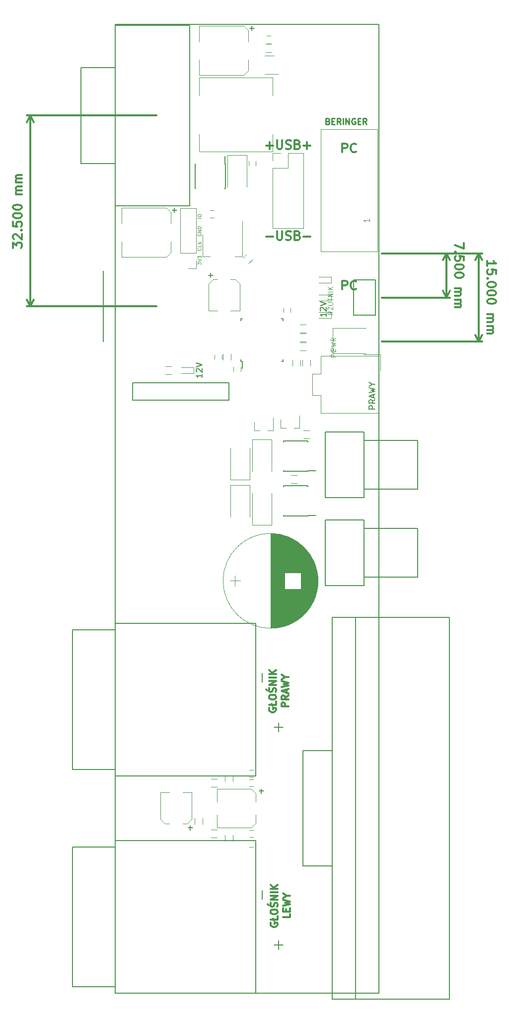
<source format=gbr>
G04 #@! TF.GenerationSoftware,KiCad,Pcbnew,(5.0.0-rc2-dev-311-g1dd4af297)*
G04 #@! TF.CreationDate,2018-07-24T10:12:30+02:00*
G04 #@! TF.ProjectId,resetUSB,72657365745553422E6B696361645F70,1.0*
G04 #@! TF.SameCoordinates,PX29ff57cPY2521014*
G04 #@! TF.FileFunction,Legend,Top*
G04 #@! TF.FilePolarity,Positive*
%FSLAX46Y46*%
G04 Gerber Fmt 4.6, Leading zero omitted, Abs format (unit mm)*
G04 Created by KiCad (PCBNEW (5.0.0-rc2-dev-311-g1dd4af297)) date 07/24/18 10:12:30*
%MOMM*%
%LPD*%
G01*
G04 APERTURE LIST*
%ADD10C,0.300000*%
%ADD11C,0.150000*%
%ADD12C,0.250000*%
%ADD13C,0.100000*%
%ADD14C,0.200000*%
%ADD15C,0.120000*%
G04 APERTURE END LIST*
D10*
X25750000Y-36107142D02*
X26892857Y-36107142D01*
X27607142Y-35178571D02*
X27607142Y-36392857D01*
X27678571Y-36535714D01*
X27750000Y-36607142D01*
X27892857Y-36678571D01*
X28178571Y-36678571D01*
X28321428Y-36607142D01*
X28392857Y-36535714D01*
X28464285Y-36392857D01*
X28464285Y-35178571D01*
X29107142Y-36607142D02*
X29321428Y-36678571D01*
X29678571Y-36678571D01*
X29821428Y-36607142D01*
X29892857Y-36535714D01*
X29964285Y-36392857D01*
X29964285Y-36250000D01*
X29892857Y-36107142D01*
X29821428Y-36035714D01*
X29678571Y-35964285D01*
X29392857Y-35892857D01*
X29250000Y-35821428D01*
X29178571Y-35750000D01*
X29107142Y-35607142D01*
X29107142Y-35464285D01*
X29178571Y-35321428D01*
X29250000Y-35250000D01*
X29392857Y-35178571D01*
X29750000Y-35178571D01*
X29964285Y-35250000D01*
X31107142Y-35892857D02*
X31321428Y-35964285D01*
X31392857Y-36035714D01*
X31464285Y-36178571D01*
X31464285Y-36392857D01*
X31392857Y-36535714D01*
X31321428Y-36607142D01*
X31178571Y-36678571D01*
X30607142Y-36678571D01*
X30607142Y-35178571D01*
X31107142Y-35178571D01*
X31250000Y-35250000D01*
X31321428Y-35321428D01*
X31392857Y-35464285D01*
X31392857Y-35607142D01*
X31321428Y-35750000D01*
X31250000Y-35821428D01*
X31107142Y-35892857D01*
X30607142Y-35892857D01*
X32107142Y-36107142D02*
X33250000Y-36107142D01*
X63421428Y-41142857D02*
X63421428Y-40285714D01*
X63421428Y-40714285D02*
X64921428Y-40714285D01*
X64707142Y-40571428D01*
X64564285Y-40428571D01*
X64492857Y-40285714D01*
X64921428Y-42500000D02*
X64921428Y-41785714D01*
X64207142Y-41714285D01*
X64278571Y-41785714D01*
X64350000Y-41928571D01*
X64350000Y-42285714D01*
X64278571Y-42428571D01*
X64207142Y-42500000D01*
X64064285Y-42571428D01*
X63707142Y-42571428D01*
X63564285Y-42500000D01*
X63492857Y-42428571D01*
X63421428Y-42285714D01*
X63421428Y-41928571D01*
X63492857Y-41785714D01*
X63564285Y-41714285D01*
X63564285Y-43214285D02*
X63492857Y-43285714D01*
X63421428Y-43214285D01*
X63492857Y-43142857D01*
X63564285Y-43214285D01*
X63421428Y-43214285D01*
X64921428Y-44214285D02*
X64921428Y-44357142D01*
X64850000Y-44500000D01*
X64778571Y-44571428D01*
X64635714Y-44642857D01*
X64350000Y-44714285D01*
X63992857Y-44714285D01*
X63707142Y-44642857D01*
X63564285Y-44571428D01*
X63492857Y-44500000D01*
X63421428Y-44357142D01*
X63421428Y-44214285D01*
X63492857Y-44071428D01*
X63564285Y-44000000D01*
X63707142Y-43928571D01*
X63992857Y-43857142D01*
X64350000Y-43857142D01*
X64635714Y-43928571D01*
X64778571Y-44000000D01*
X64850000Y-44071428D01*
X64921428Y-44214285D01*
X64921428Y-45642857D02*
X64921428Y-45785714D01*
X64850000Y-45928571D01*
X64778571Y-46000000D01*
X64635714Y-46071428D01*
X64350000Y-46142857D01*
X63992857Y-46142857D01*
X63707142Y-46071428D01*
X63564285Y-46000000D01*
X63492857Y-45928571D01*
X63421428Y-45785714D01*
X63421428Y-45642857D01*
X63492857Y-45500000D01*
X63564285Y-45428571D01*
X63707142Y-45357142D01*
X63992857Y-45285714D01*
X64350000Y-45285714D01*
X64635714Y-45357142D01*
X64778571Y-45428571D01*
X64850000Y-45500000D01*
X64921428Y-45642857D01*
X64921428Y-47071428D02*
X64921428Y-47214285D01*
X64850000Y-47357142D01*
X64778571Y-47428571D01*
X64635714Y-47500000D01*
X64350000Y-47571428D01*
X63992857Y-47571428D01*
X63707142Y-47500000D01*
X63564285Y-47428571D01*
X63492857Y-47357142D01*
X63421428Y-47214285D01*
X63421428Y-47071428D01*
X63492857Y-46928571D01*
X63564285Y-46857142D01*
X63707142Y-46785714D01*
X63992857Y-46714285D01*
X64350000Y-46714285D01*
X64635714Y-46785714D01*
X64778571Y-46857142D01*
X64850000Y-46928571D01*
X64921428Y-47071428D01*
X63421428Y-49357142D02*
X64421428Y-49357142D01*
X64278571Y-49357142D02*
X64350000Y-49428571D01*
X64421428Y-49571428D01*
X64421428Y-49785714D01*
X64350000Y-49928571D01*
X64207142Y-50000000D01*
X63421428Y-50000000D01*
X64207142Y-50000000D02*
X64350000Y-50071428D01*
X64421428Y-50214285D01*
X64421428Y-50428571D01*
X64350000Y-50571428D01*
X64207142Y-50642857D01*
X63421428Y-50642857D01*
X63421428Y-51357142D02*
X64421428Y-51357142D01*
X64278571Y-51357142D02*
X64350000Y-51428571D01*
X64421428Y-51571428D01*
X64421428Y-51785714D01*
X64350000Y-51928571D01*
X64207142Y-52000000D01*
X63421428Y-52000000D01*
X64207142Y-52000000D02*
X64350000Y-52071428D01*
X64421428Y-52214285D01*
X64421428Y-52428571D01*
X64350000Y-52571428D01*
X64207142Y-52642857D01*
X63421428Y-52642857D01*
X62000000Y-39000000D02*
X62000000Y-54000000D01*
X45500000Y-39000000D02*
X62586421Y-39000000D01*
X45500000Y-54000000D02*
X62586421Y-54000000D01*
X62000000Y-54000000D02*
X61413579Y-52873496D01*
X62000000Y-54000000D02*
X62586421Y-52873496D01*
X62000000Y-39000000D02*
X61413579Y-40126504D01*
X62000000Y-39000000D02*
X62586421Y-40126504D01*
X59421428Y-37178571D02*
X59421428Y-38178571D01*
X57921428Y-37535714D01*
X58064285Y-38750000D02*
X57992857Y-38821428D01*
X57921428Y-38750000D01*
X57992857Y-38678571D01*
X58064285Y-38750000D01*
X57921428Y-38750000D01*
X59421428Y-40178571D02*
X59421428Y-39464285D01*
X58707142Y-39392857D01*
X58778571Y-39464285D01*
X58850000Y-39607142D01*
X58850000Y-39964285D01*
X58778571Y-40107142D01*
X58707142Y-40178571D01*
X58564285Y-40250000D01*
X58207142Y-40250000D01*
X58064285Y-40178571D01*
X57992857Y-40107142D01*
X57921428Y-39964285D01*
X57921428Y-39607142D01*
X57992857Y-39464285D01*
X58064285Y-39392857D01*
X59421428Y-41178571D02*
X59421428Y-41321428D01*
X59350000Y-41464285D01*
X59278571Y-41535714D01*
X59135714Y-41607142D01*
X58850000Y-41678571D01*
X58492857Y-41678571D01*
X58207142Y-41607142D01*
X58064285Y-41535714D01*
X57992857Y-41464285D01*
X57921428Y-41321428D01*
X57921428Y-41178571D01*
X57992857Y-41035714D01*
X58064285Y-40964285D01*
X58207142Y-40892857D01*
X58492857Y-40821428D01*
X58850000Y-40821428D01*
X59135714Y-40892857D01*
X59278571Y-40964285D01*
X59350000Y-41035714D01*
X59421428Y-41178571D01*
X59421428Y-42607142D02*
X59421428Y-42750000D01*
X59350000Y-42892857D01*
X59278571Y-42964285D01*
X59135714Y-43035714D01*
X58850000Y-43107142D01*
X58492857Y-43107142D01*
X58207142Y-43035714D01*
X58064285Y-42964285D01*
X57992857Y-42892857D01*
X57921428Y-42750000D01*
X57921428Y-42607142D01*
X57992857Y-42464285D01*
X58064285Y-42392857D01*
X58207142Y-42321428D01*
X58492857Y-42250000D01*
X58850000Y-42250000D01*
X59135714Y-42321428D01*
X59278571Y-42392857D01*
X59350000Y-42464285D01*
X59421428Y-42607142D01*
X57921428Y-44892857D02*
X58921428Y-44892857D01*
X58778571Y-44892857D02*
X58850000Y-44964285D01*
X58921428Y-45107142D01*
X58921428Y-45321428D01*
X58850000Y-45464285D01*
X58707142Y-45535714D01*
X57921428Y-45535714D01*
X58707142Y-45535714D02*
X58850000Y-45607142D01*
X58921428Y-45750000D01*
X58921428Y-45964285D01*
X58850000Y-46107142D01*
X58707142Y-46178571D01*
X57921428Y-46178571D01*
X57921428Y-46892857D02*
X58921428Y-46892857D01*
X58778571Y-46892857D02*
X58850000Y-46964285D01*
X58921428Y-47107142D01*
X58921428Y-47321428D01*
X58850000Y-47464285D01*
X58707142Y-47535714D01*
X57921428Y-47535714D01*
X58707142Y-47535714D02*
X58850000Y-47607142D01*
X58921428Y-47750000D01*
X58921428Y-47964285D01*
X58850000Y-48107142D01*
X58707142Y-48178571D01*
X57921428Y-48178571D01*
X56500000Y-39000000D02*
X56500000Y-46500000D01*
X45500000Y-39000000D02*
X57086421Y-39000000D01*
X45500000Y-46500000D02*
X57086421Y-46500000D01*
X56500000Y-46500000D02*
X55913579Y-45373496D01*
X56500000Y-46500000D02*
X57086421Y-45373496D01*
X56500000Y-39000000D02*
X55913579Y-40126504D01*
X56500000Y-39000000D02*
X57086421Y-40126504D01*
X-17421429Y-38035714D02*
X-17421429Y-37107142D01*
X-16850000Y-37607142D01*
X-16850000Y-37392857D01*
X-16778572Y-37250000D01*
X-16707143Y-37178571D01*
X-16564286Y-37107142D01*
X-16207143Y-37107142D01*
X-16064286Y-37178571D01*
X-15992858Y-37250000D01*
X-15921429Y-37392857D01*
X-15921429Y-37821428D01*
X-15992858Y-37964285D01*
X-16064286Y-38035714D01*
X-17278572Y-36535714D02*
X-17350000Y-36464285D01*
X-17421429Y-36321428D01*
X-17421429Y-35964285D01*
X-17350000Y-35821428D01*
X-17278572Y-35750000D01*
X-17135715Y-35678571D01*
X-16992858Y-35678571D01*
X-16778572Y-35750000D01*
X-15921429Y-36607142D01*
X-15921429Y-35678571D01*
X-16064286Y-35035714D02*
X-15992858Y-34964285D01*
X-15921429Y-35035714D01*
X-15992858Y-35107142D01*
X-16064286Y-35035714D01*
X-15921429Y-35035714D01*
X-17421429Y-33607142D02*
X-17421429Y-34321428D01*
X-16707143Y-34392857D01*
X-16778572Y-34321428D01*
X-16850000Y-34178571D01*
X-16850000Y-33821428D01*
X-16778572Y-33678571D01*
X-16707143Y-33607142D01*
X-16564286Y-33535714D01*
X-16207143Y-33535714D01*
X-16064286Y-33607142D01*
X-15992858Y-33678571D01*
X-15921429Y-33821428D01*
X-15921429Y-34178571D01*
X-15992858Y-34321428D01*
X-16064286Y-34392857D01*
X-17421429Y-32607142D02*
X-17421429Y-32464285D01*
X-17350000Y-32321428D01*
X-17278572Y-32250000D01*
X-17135715Y-32178571D01*
X-16850000Y-32107142D01*
X-16492858Y-32107142D01*
X-16207143Y-32178571D01*
X-16064286Y-32250000D01*
X-15992858Y-32321428D01*
X-15921429Y-32464285D01*
X-15921429Y-32607142D01*
X-15992858Y-32750000D01*
X-16064286Y-32821428D01*
X-16207143Y-32892857D01*
X-16492858Y-32964285D01*
X-16850000Y-32964285D01*
X-17135715Y-32892857D01*
X-17278572Y-32821428D01*
X-17350000Y-32750000D01*
X-17421429Y-32607142D01*
X-17421429Y-31178571D02*
X-17421429Y-31035714D01*
X-17350000Y-30892857D01*
X-17278572Y-30821428D01*
X-17135715Y-30750000D01*
X-16850000Y-30678571D01*
X-16492858Y-30678571D01*
X-16207143Y-30750000D01*
X-16064286Y-30821428D01*
X-15992858Y-30892857D01*
X-15921429Y-31035714D01*
X-15921429Y-31178571D01*
X-15992858Y-31321428D01*
X-16064286Y-31392857D01*
X-16207143Y-31464285D01*
X-16492858Y-31535714D01*
X-16850000Y-31535714D01*
X-17135715Y-31464285D01*
X-17278572Y-31392857D01*
X-17350000Y-31321428D01*
X-17421429Y-31178571D01*
X-15921429Y-28892857D02*
X-16921429Y-28892857D01*
X-16778572Y-28892857D02*
X-16850000Y-28821428D01*
X-16921429Y-28678571D01*
X-16921429Y-28464285D01*
X-16850000Y-28321428D01*
X-16707143Y-28250000D01*
X-15921429Y-28250000D01*
X-16707143Y-28250000D02*
X-16850000Y-28178571D01*
X-16921429Y-28035714D01*
X-16921429Y-27821428D01*
X-16850000Y-27678571D01*
X-16707143Y-27607142D01*
X-15921429Y-27607142D01*
X-15921429Y-26892857D02*
X-16921429Y-26892857D01*
X-16778572Y-26892857D02*
X-16850000Y-26821428D01*
X-16921429Y-26678571D01*
X-16921429Y-26464285D01*
X-16850000Y-26321428D01*
X-16707143Y-26250000D01*
X-15921429Y-26250000D01*
X-16707143Y-26250000D02*
X-16850000Y-26178571D01*
X-16921429Y-26035714D01*
X-16921429Y-25821428D01*
X-16850000Y-25678571D01*
X-16707143Y-25607142D01*
X-15921429Y-25607142D01*
X-14500000Y-48000000D02*
X-14500000Y-15500000D01*
X7000000Y-48000000D02*
X-15086421Y-48000000D01*
X7000000Y-15500000D02*
X-15086421Y-15500000D01*
X-14500000Y-15500000D02*
X-13913579Y-16626504D01*
X-14500000Y-15500000D02*
X-15086421Y-16626504D01*
X-14500000Y-48000000D02*
X-13913579Y-46873496D01*
X-14500000Y-48000000D02*
X-15086421Y-46873496D01*
D11*
X35952380Y-49119047D02*
X35952380Y-49690476D01*
X35952380Y-49404761D02*
X34952380Y-49404761D01*
X35095238Y-49500000D01*
X35190476Y-49595238D01*
X35238095Y-49690476D01*
X35047619Y-48738095D02*
X35000000Y-48690476D01*
X34952380Y-48595238D01*
X34952380Y-48357142D01*
X35000000Y-48261904D01*
X35047619Y-48214285D01*
X35142857Y-48166666D01*
X35238095Y-48166666D01*
X35380952Y-48214285D01*
X35952380Y-48785714D01*
X35952380Y-48166666D01*
X34952380Y-47880952D02*
X35952380Y-47547619D01*
X34952380Y-47214285D01*
D12*
X36274761Y-16438571D02*
X36417619Y-16486190D01*
X36465238Y-16533809D01*
X36512857Y-16629047D01*
X36512857Y-16771904D01*
X36465238Y-16867142D01*
X36417619Y-16914761D01*
X36322380Y-16962380D01*
X35941428Y-16962380D01*
X35941428Y-15962380D01*
X36274761Y-15962380D01*
X36370000Y-16010000D01*
X36417619Y-16057619D01*
X36465238Y-16152857D01*
X36465238Y-16248095D01*
X36417619Y-16343333D01*
X36370000Y-16390952D01*
X36274761Y-16438571D01*
X35941428Y-16438571D01*
X36941428Y-16438571D02*
X37274761Y-16438571D01*
X37417619Y-16962380D02*
X36941428Y-16962380D01*
X36941428Y-15962380D01*
X37417619Y-15962380D01*
X38417619Y-16962380D02*
X38084285Y-16486190D01*
X37846190Y-16962380D02*
X37846190Y-15962380D01*
X38227142Y-15962380D01*
X38322380Y-16010000D01*
X38370000Y-16057619D01*
X38417619Y-16152857D01*
X38417619Y-16295714D01*
X38370000Y-16390952D01*
X38322380Y-16438571D01*
X38227142Y-16486190D01*
X37846190Y-16486190D01*
X38846190Y-16962380D02*
X38846190Y-15962380D01*
X39322380Y-16962380D02*
X39322380Y-15962380D01*
X39893809Y-16962380D01*
X39893809Y-15962380D01*
X40893809Y-16010000D02*
X40798571Y-15962380D01*
X40655714Y-15962380D01*
X40512857Y-16010000D01*
X40417619Y-16105238D01*
X40370000Y-16200476D01*
X40322380Y-16390952D01*
X40322380Y-16533809D01*
X40370000Y-16724285D01*
X40417619Y-16819523D01*
X40512857Y-16914761D01*
X40655714Y-16962380D01*
X40750952Y-16962380D01*
X40893809Y-16914761D01*
X40941428Y-16867142D01*
X40941428Y-16533809D01*
X40750952Y-16533809D01*
X41370000Y-16438571D02*
X41703333Y-16438571D01*
X41846190Y-16962380D02*
X41370000Y-16962380D01*
X41370000Y-15962380D01*
X41846190Y-15962380D01*
X42846190Y-16962380D02*
X42512857Y-16486190D01*
X42274761Y-16962380D02*
X42274761Y-15962380D01*
X42655714Y-15962380D01*
X42750952Y-16010000D01*
X42798571Y-16057619D01*
X42846190Y-16152857D01*
X42846190Y-16295714D01*
X42798571Y-16390952D01*
X42750952Y-16438571D01*
X42655714Y-16486190D01*
X42274761Y-16486190D01*
D10*
X38735142Y-45128571D02*
X38735142Y-43628571D01*
X39306571Y-43628571D01*
X39449428Y-43700000D01*
X39520857Y-43771428D01*
X39592285Y-43914285D01*
X39592285Y-44128571D01*
X39520857Y-44271428D01*
X39449428Y-44342857D01*
X39306571Y-44414285D01*
X38735142Y-44414285D01*
X41092285Y-44985714D02*
X41020857Y-45057142D01*
X40806571Y-45128571D01*
X40663714Y-45128571D01*
X40449428Y-45057142D01*
X40306571Y-44914285D01*
X40235142Y-44771428D01*
X40163714Y-44485714D01*
X40163714Y-44271428D01*
X40235142Y-43985714D01*
X40306571Y-43842857D01*
X40449428Y-43700000D01*
X40663714Y-43628571D01*
X40806571Y-43628571D01*
X41020857Y-43700000D01*
X41092285Y-43771428D01*
D13*
X14622428Y-32953285D02*
X14022428Y-32953285D01*
X14022428Y-32553285D02*
X14022428Y-32439000D01*
X14051000Y-32381857D01*
X14108142Y-32324714D01*
X14222428Y-32296142D01*
X14422428Y-32296142D01*
X14536714Y-32324714D01*
X14593857Y-32381857D01*
X14622428Y-32439000D01*
X14622428Y-32553285D01*
X14593857Y-32610428D01*
X14536714Y-32667571D01*
X14422428Y-32696142D01*
X14222428Y-32696142D01*
X14108142Y-32667571D01*
X14051000Y-32610428D01*
X14022428Y-32553285D01*
X14051000Y-35636142D02*
X14022428Y-35693285D01*
X14022428Y-35779000D01*
X14051000Y-35864714D01*
X14108142Y-35921857D01*
X14165285Y-35950428D01*
X14279571Y-35979000D01*
X14365285Y-35979000D01*
X14479571Y-35950428D01*
X14536714Y-35921857D01*
X14593857Y-35864714D01*
X14622428Y-35779000D01*
X14622428Y-35721857D01*
X14593857Y-35636142D01*
X14565285Y-35607571D01*
X14365285Y-35607571D01*
X14365285Y-35721857D01*
X14622428Y-35350428D02*
X14022428Y-35350428D01*
X14622428Y-35007571D01*
X14022428Y-35007571D01*
X14622428Y-34721857D02*
X14022428Y-34721857D01*
X14022428Y-34579000D01*
X14051000Y-34493285D01*
X14108142Y-34436142D01*
X14165285Y-34407571D01*
X14279571Y-34379000D01*
X14365285Y-34379000D01*
X14479571Y-34407571D01*
X14536714Y-34436142D01*
X14593857Y-34493285D01*
X14622428Y-34579000D01*
X14622428Y-34721857D01*
X14565285Y-38076142D02*
X14593857Y-38104714D01*
X14622428Y-38190428D01*
X14622428Y-38247571D01*
X14593857Y-38333285D01*
X14536714Y-38390428D01*
X14479571Y-38419000D01*
X14365285Y-38447571D01*
X14279571Y-38447571D01*
X14165285Y-38419000D01*
X14108142Y-38390428D01*
X14051000Y-38333285D01*
X14022428Y-38247571D01*
X14022428Y-38190428D01*
X14051000Y-38104714D01*
X14079571Y-38076142D01*
X14622428Y-37533285D02*
X14622428Y-37819000D01*
X14022428Y-37819000D01*
X14622428Y-37333285D02*
X14022428Y-37333285D01*
X14622428Y-36990428D02*
X14279571Y-37247571D01*
X14022428Y-36990428D02*
X14365285Y-37333285D01*
X14022428Y-40874857D02*
X14022428Y-40503428D01*
X14251000Y-40703428D01*
X14251000Y-40617714D01*
X14279571Y-40560571D01*
X14308142Y-40532000D01*
X14365285Y-40503428D01*
X14508142Y-40503428D01*
X14565285Y-40532000D01*
X14593857Y-40560571D01*
X14622428Y-40617714D01*
X14622428Y-40789142D01*
X14593857Y-40846285D01*
X14565285Y-40874857D01*
X14022428Y-40332000D02*
X14622428Y-40132000D01*
X14022428Y-39932000D01*
X14022428Y-39789142D02*
X14022428Y-39417714D01*
X14251000Y-39617714D01*
X14251000Y-39532000D01*
X14279571Y-39474857D01*
X14308142Y-39446285D01*
X14365285Y-39417714D01*
X14508142Y-39417714D01*
X14565285Y-39446285D01*
X14593857Y-39474857D01*
X14622428Y-39532000D01*
X14622428Y-39703428D01*
X14593857Y-39760571D01*
X14565285Y-39789142D01*
D11*
X0Y-165000000D02*
X0Y0D01*
X45000000Y-165000000D02*
X0Y-165000000D01*
X45000000Y0D02*
X45000000Y-165000000D01*
X0Y0D02*
X45000000Y0D01*
D10*
X25750000Y-20607142D02*
X26892857Y-20607142D01*
X26321428Y-21178571D02*
X26321428Y-20035714D01*
X27607142Y-19678571D02*
X27607142Y-20892857D01*
X27678571Y-21035714D01*
X27750000Y-21107142D01*
X27892857Y-21178571D01*
X28178571Y-21178571D01*
X28321428Y-21107142D01*
X28392857Y-21035714D01*
X28464285Y-20892857D01*
X28464285Y-19678571D01*
X29107142Y-21107142D02*
X29321428Y-21178571D01*
X29678571Y-21178571D01*
X29821428Y-21107142D01*
X29892857Y-21035714D01*
X29964285Y-20892857D01*
X29964285Y-20750000D01*
X29892857Y-20607142D01*
X29821428Y-20535714D01*
X29678571Y-20464285D01*
X29392857Y-20392857D01*
X29250000Y-20321428D01*
X29178571Y-20250000D01*
X29107142Y-20107142D01*
X29107142Y-19964285D01*
X29178571Y-19821428D01*
X29250000Y-19750000D01*
X29392857Y-19678571D01*
X29750000Y-19678571D01*
X29964285Y-19750000D01*
X31107142Y-20392857D02*
X31321428Y-20464285D01*
X31392857Y-20535714D01*
X31464285Y-20678571D01*
X31464285Y-20892857D01*
X31392857Y-21035714D01*
X31321428Y-21107142D01*
X31178571Y-21178571D01*
X30607142Y-21178571D01*
X30607142Y-19678571D01*
X31107142Y-19678571D01*
X31250000Y-19750000D01*
X31321428Y-19821428D01*
X31392857Y-19964285D01*
X31392857Y-20107142D01*
X31321428Y-20250000D01*
X31250000Y-20321428D01*
X31107142Y-20392857D01*
X30607142Y-20392857D01*
X32107142Y-20607142D02*
X33250000Y-20607142D01*
X32678571Y-21178571D02*
X32678571Y-20035714D01*
X26544000Y-152999714D02*
X26486857Y-153114000D01*
X26486857Y-153285428D01*
X26544000Y-153456857D01*
X26658285Y-153571142D01*
X26772571Y-153628285D01*
X27001142Y-153685428D01*
X27172571Y-153685428D01*
X27401142Y-153628285D01*
X27515428Y-153571142D01*
X27629714Y-153456857D01*
X27686857Y-153285428D01*
X27686857Y-153171142D01*
X27629714Y-152999714D01*
X27572571Y-152942571D01*
X27172571Y-152942571D01*
X27172571Y-153171142D01*
X27686857Y-151856857D02*
X27686857Y-152428285D01*
X26486857Y-152428285D01*
X27115428Y-152599714D02*
X26886857Y-152256857D01*
X26486857Y-151228285D02*
X26486857Y-150999714D01*
X26544000Y-150885428D01*
X26658285Y-150771142D01*
X26886857Y-150714000D01*
X27286857Y-150714000D01*
X27515428Y-150771142D01*
X27629714Y-150885428D01*
X27686857Y-150999714D01*
X27686857Y-151228285D01*
X27629714Y-151342571D01*
X27515428Y-151456857D01*
X27286857Y-151514000D01*
X26886857Y-151514000D01*
X26658285Y-151456857D01*
X26544000Y-151342571D01*
X26486857Y-151228285D01*
X27629714Y-150256857D02*
X27686857Y-150085428D01*
X27686857Y-149799714D01*
X27629714Y-149685428D01*
X27572571Y-149628285D01*
X27458285Y-149571142D01*
X27344000Y-149571142D01*
X27229714Y-149628285D01*
X27172571Y-149685428D01*
X27115428Y-149799714D01*
X27058285Y-150028285D01*
X27001142Y-150142571D01*
X26944000Y-150199714D01*
X26829714Y-150256857D01*
X26715428Y-150256857D01*
X26601142Y-150199714D01*
X26544000Y-150142571D01*
X26486857Y-150028285D01*
X26486857Y-149742571D01*
X26544000Y-149571142D01*
X26029714Y-149799714D02*
X26201142Y-149971142D01*
X27686857Y-149056857D02*
X26486857Y-149056857D01*
X27686857Y-148371142D01*
X26486857Y-148371142D01*
X27686857Y-147799714D02*
X26486857Y-147799714D01*
X27686857Y-147228285D02*
X26486857Y-147228285D01*
X27686857Y-146542571D02*
X27001142Y-147056857D01*
X26486857Y-146542571D02*
X27172571Y-147228285D01*
X29786857Y-151485428D02*
X29786857Y-152056857D01*
X28586857Y-152056857D01*
X29158285Y-151085428D02*
X29158285Y-150685428D01*
X29786857Y-150514000D02*
X29786857Y-151085428D01*
X28586857Y-151085428D01*
X28586857Y-150514000D01*
X28586857Y-150114000D02*
X29786857Y-149828285D01*
X28929714Y-149599714D01*
X29786857Y-149371142D01*
X28586857Y-149085428D01*
X29215428Y-148399714D02*
X29786857Y-148399714D01*
X28586857Y-148799714D02*
X29215428Y-148399714D01*
X28586857Y-147999714D01*
D14*
X44298380Y-65468476D02*
X43298380Y-65468476D01*
X43298380Y-65087523D01*
X43346000Y-64992285D01*
X43393619Y-64944666D01*
X43488857Y-64897047D01*
X43631714Y-64897047D01*
X43726952Y-64944666D01*
X43774571Y-64992285D01*
X43822190Y-65087523D01*
X43822190Y-65468476D01*
X44298380Y-63897047D02*
X43822190Y-64230380D01*
X44298380Y-64468476D02*
X43298380Y-64468476D01*
X43298380Y-64087523D01*
X43346000Y-63992285D01*
X43393619Y-63944666D01*
X43488857Y-63897047D01*
X43631714Y-63897047D01*
X43726952Y-63944666D01*
X43774571Y-63992285D01*
X43822190Y-64087523D01*
X43822190Y-64468476D01*
X44012666Y-63516095D02*
X44012666Y-63039904D01*
X44298380Y-63611333D02*
X43298380Y-63278000D01*
X44298380Y-62944666D01*
X43298380Y-62706571D02*
X44298380Y-62468476D01*
X43584095Y-62278000D01*
X44298380Y-62087523D01*
X43298380Y-61849428D01*
X43822190Y-61278000D02*
X44298380Y-61278000D01*
X43298380Y-61611333D02*
X43822190Y-61278000D01*
X43298380Y-60944666D01*
D10*
X26290000Y-116423714D02*
X26232857Y-116538000D01*
X26232857Y-116709428D01*
X26290000Y-116880857D01*
X26404285Y-116995142D01*
X26518571Y-117052285D01*
X26747142Y-117109428D01*
X26918571Y-117109428D01*
X27147142Y-117052285D01*
X27261428Y-116995142D01*
X27375714Y-116880857D01*
X27432857Y-116709428D01*
X27432857Y-116595142D01*
X27375714Y-116423714D01*
X27318571Y-116366571D01*
X26918571Y-116366571D01*
X26918571Y-116595142D01*
X27432857Y-115280857D02*
X27432857Y-115852285D01*
X26232857Y-115852285D01*
X26861428Y-116023714D02*
X26632857Y-115680857D01*
X26232857Y-114652285D02*
X26232857Y-114423714D01*
X26290000Y-114309428D01*
X26404285Y-114195142D01*
X26632857Y-114138000D01*
X27032857Y-114138000D01*
X27261428Y-114195142D01*
X27375714Y-114309428D01*
X27432857Y-114423714D01*
X27432857Y-114652285D01*
X27375714Y-114766571D01*
X27261428Y-114880857D01*
X27032857Y-114938000D01*
X26632857Y-114938000D01*
X26404285Y-114880857D01*
X26290000Y-114766571D01*
X26232857Y-114652285D01*
X27375714Y-113680857D02*
X27432857Y-113509428D01*
X27432857Y-113223714D01*
X27375714Y-113109428D01*
X27318571Y-113052285D01*
X27204285Y-112995142D01*
X27090000Y-112995142D01*
X26975714Y-113052285D01*
X26918571Y-113109428D01*
X26861428Y-113223714D01*
X26804285Y-113452285D01*
X26747142Y-113566571D01*
X26690000Y-113623714D01*
X26575714Y-113680857D01*
X26461428Y-113680857D01*
X26347142Y-113623714D01*
X26290000Y-113566571D01*
X26232857Y-113452285D01*
X26232857Y-113166571D01*
X26290000Y-112995142D01*
X25775714Y-113223714D02*
X25947142Y-113395142D01*
X27432857Y-112480857D02*
X26232857Y-112480857D01*
X27432857Y-111795142D01*
X26232857Y-111795142D01*
X27432857Y-111223714D02*
X26232857Y-111223714D01*
X27432857Y-110652285D02*
X26232857Y-110652285D01*
X27432857Y-109966571D02*
X26747142Y-110480857D01*
X26232857Y-109966571D02*
X26918571Y-110652285D01*
X29532857Y-116166571D02*
X28332857Y-116166571D01*
X28332857Y-115709428D01*
X28390000Y-115595142D01*
X28447142Y-115538000D01*
X28561428Y-115480857D01*
X28732857Y-115480857D01*
X28847142Y-115538000D01*
X28904285Y-115595142D01*
X28961428Y-115709428D01*
X28961428Y-116166571D01*
X29532857Y-114280857D02*
X28961428Y-114680857D01*
X29532857Y-114966571D02*
X28332857Y-114966571D01*
X28332857Y-114509428D01*
X28390000Y-114395142D01*
X28447142Y-114338000D01*
X28561428Y-114280857D01*
X28732857Y-114280857D01*
X28847142Y-114338000D01*
X28904285Y-114395142D01*
X28961428Y-114509428D01*
X28961428Y-114966571D01*
X29190000Y-113823714D02*
X29190000Y-113252285D01*
X29532857Y-113938000D02*
X28332857Y-113538000D01*
X29532857Y-113138000D01*
X28332857Y-112852285D02*
X29532857Y-112566571D01*
X28675714Y-112338000D01*
X29532857Y-112109428D01*
X28332857Y-111823714D01*
X28961428Y-111138000D02*
X29532857Y-111138000D01*
X28332857Y-111538000D02*
X28961428Y-111138000D01*
X28332857Y-110738000D01*
D11*
X14803380Y-59547047D02*
X14803380Y-60118476D01*
X14803380Y-59832761D02*
X13803380Y-59832761D01*
X13946238Y-59928000D01*
X14041476Y-60023238D01*
X14089095Y-60118476D01*
X13898619Y-59166095D02*
X13851000Y-59118476D01*
X13803380Y-59023238D01*
X13803380Y-58785142D01*
X13851000Y-58689904D01*
X13898619Y-58642285D01*
X13993857Y-58594666D01*
X14089095Y-58594666D01*
X14231952Y-58642285D01*
X14803380Y-59213714D01*
X14803380Y-58594666D01*
X13803380Y-58308952D02*
X14803380Y-57975619D01*
X13803380Y-57642285D01*
D15*
X37072904Y-48866666D02*
X36691952Y-49133333D01*
X37072904Y-49323809D02*
X36272904Y-49323809D01*
X36272904Y-49019047D01*
X36311000Y-48942857D01*
X36349095Y-48904761D01*
X36425285Y-48866666D01*
X36539571Y-48866666D01*
X36615761Y-48904761D01*
X36653857Y-48942857D01*
X36691952Y-49019047D01*
X36691952Y-49323809D01*
X36272904Y-48600000D02*
X36272904Y-48066666D01*
X37072904Y-48600000D01*
X37072904Y-48066666D01*
X36272904Y-47761904D02*
X36920523Y-47761904D01*
X36996714Y-47723809D01*
X37034809Y-47685714D01*
X37072904Y-47609523D01*
X37072904Y-47457142D01*
X37034809Y-47380952D01*
X36996714Y-47342857D01*
X36920523Y-47304761D01*
X36272904Y-47304761D01*
X36272904Y-47038095D02*
X36272904Y-46580952D01*
X37072904Y-46809523D02*
X36272904Y-46809523D01*
X37072904Y-46314285D02*
X36272904Y-46314285D01*
X37072904Y-45857142D01*
X36272904Y-45857142D01*
X37072904Y-45476190D02*
X36272904Y-45476190D01*
X37072904Y-45095238D02*
X36272904Y-45095238D01*
X37072904Y-44638095D02*
X36615761Y-44980952D01*
X36272904Y-44638095D02*
X36730047Y-45095238D01*
X37572904Y-56609523D02*
X36772904Y-56609523D01*
X36772904Y-56304761D01*
X36811000Y-56228571D01*
X36849095Y-56190476D01*
X36925285Y-56152380D01*
X37039571Y-56152380D01*
X37115761Y-56190476D01*
X37153857Y-56228571D01*
X37191952Y-56304761D01*
X37191952Y-56609523D01*
X37496714Y-55352380D02*
X37534809Y-55390476D01*
X37572904Y-55504761D01*
X37572904Y-55580952D01*
X37534809Y-55695238D01*
X37458619Y-55771428D01*
X37382428Y-55809523D01*
X37230047Y-55847619D01*
X37115761Y-55847619D01*
X36963380Y-55809523D01*
X36887190Y-55771428D01*
X36811000Y-55695238D01*
X36772904Y-55580952D01*
X36772904Y-55504761D01*
X36811000Y-55390476D01*
X36849095Y-55352380D01*
X37572904Y-55566666D02*
X36772904Y-55566666D01*
X36772904Y-55261904D01*
X36811000Y-55185714D01*
X36849095Y-55147619D01*
X36925285Y-55109523D01*
X37039571Y-55109523D01*
X37115761Y-55147619D01*
X37153857Y-55185714D01*
X37191952Y-55261904D01*
X37191952Y-55566666D01*
X36772904Y-54842857D02*
X37572904Y-54652380D01*
X37001476Y-54500000D01*
X37572904Y-54347619D01*
X36772904Y-54157142D01*
X37572904Y-53395238D02*
X37191952Y-53661904D01*
X37572904Y-53852380D02*
X36772904Y-53852380D01*
X36772904Y-53547619D01*
X36811000Y-53471428D01*
X36849095Y-53433333D01*
X36925285Y-53395238D01*
X37039571Y-53395238D01*
X37115761Y-53433333D01*
X37153857Y-53471428D01*
X37191952Y-53547619D01*
X37191952Y-53852380D01*
D10*
X38735142Y-21760571D02*
X38735142Y-20260571D01*
X39306571Y-20260571D01*
X39449428Y-20332000D01*
X39520857Y-20403428D01*
X39592285Y-20546285D01*
X39592285Y-20760571D01*
X39520857Y-20903428D01*
X39449428Y-20974857D01*
X39306571Y-21046285D01*
X38735142Y-21046285D01*
X41092285Y-21617714D02*
X41020857Y-21689142D01*
X40806571Y-21760571D01*
X40663714Y-21760571D01*
X40449428Y-21689142D01*
X40306571Y-21546285D01*
X40235142Y-21403428D01*
X40163714Y-21117714D01*
X40163714Y-20903428D01*
X40235142Y-20617714D01*
X40306571Y-20474857D01*
X40449428Y-20332000D01*
X40663714Y-20260571D01*
X40806571Y-20260571D01*
X41020857Y-20332000D01*
X41092285Y-20403428D01*
D11*
X57000000Y-166000000D02*
X41000000Y-166000000D01*
X57000000Y-101000000D02*
X57000000Y-166000000D01*
X41000000Y-101000000D02*
X57000000Y-101000000D01*
X41000000Y-166000000D02*
X37000000Y-166000000D01*
X41000000Y-101000000D02*
X41000000Y-166000000D01*
X37000000Y-101000000D02*
X41000000Y-101000000D01*
X37000000Y-166000000D02*
X37000000Y-101000000D01*
D15*
X35078000Y-38676000D02*
X35078000Y-17856000D01*
X35078000Y-17856000D02*
X44678000Y-17856000D01*
X44678000Y-17856000D02*
X44678000Y-38676000D01*
X44678000Y-38676000D02*
X35078000Y-38676000D01*
D11*
X19426000Y-60984000D02*
X2926000Y-60984000D01*
X2926000Y-60984000D02*
X2926000Y-63984000D01*
X2926000Y-63984000D02*
X19426000Y-63984000D01*
X19426000Y-63984000D02*
X19426000Y-60984000D01*
D15*
X34573000Y-94742000D02*
G75*
G03X34573000Y-94742000I-8090000J0D01*
G01*
X26483000Y-86691000D02*
X26483000Y-102793000D01*
X26523000Y-86692000D02*
X26523000Y-102792000D01*
X26563000Y-86692000D02*
X26563000Y-102792000D01*
X26603000Y-86692000D02*
X26603000Y-102792000D01*
X26643000Y-86693000D02*
X26643000Y-102791000D01*
X26683000Y-86694000D02*
X26683000Y-102790000D01*
X26723000Y-86695000D02*
X26723000Y-102789000D01*
X26763000Y-86696000D02*
X26763000Y-102788000D01*
X26803000Y-86698000D02*
X26803000Y-102786000D01*
X26843000Y-86700000D02*
X26843000Y-102784000D01*
X26883000Y-86701000D02*
X26883000Y-102783000D01*
X26923000Y-86703000D02*
X26923000Y-102781000D01*
X26963000Y-86706000D02*
X26963000Y-102778000D01*
X27003000Y-86708000D02*
X27003000Y-102776000D01*
X27043000Y-86711000D02*
X27043000Y-102773000D01*
X27083000Y-86714000D02*
X27083000Y-102770000D01*
X27123000Y-86717000D02*
X27123000Y-102767000D01*
X27163000Y-86720000D02*
X27163000Y-102764000D01*
X27204000Y-86724000D02*
X27204000Y-102760000D01*
X27244000Y-86727000D02*
X27244000Y-102757000D01*
X27284000Y-86731000D02*
X27284000Y-102753000D01*
X27324000Y-86735000D02*
X27324000Y-102749000D01*
X27364000Y-86740000D02*
X27364000Y-102744000D01*
X27404000Y-86744000D02*
X27404000Y-102740000D01*
X27444000Y-86749000D02*
X27444000Y-102735000D01*
X27484000Y-86754000D02*
X27484000Y-102730000D01*
X27524000Y-86759000D02*
X27524000Y-102725000D01*
X27564000Y-86764000D02*
X27564000Y-102720000D01*
X27604000Y-86769000D02*
X27604000Y-102715000D01*
X27644000Y-86775000D02*
X27644000Y-102709000D01*
X27684000Y-86781000D02*
X27684000Y-102703000D01*
X27724000Y-86787000D02*
X27724000Y-102697000D01*
X27764000Y-86793000D02*
X27764000Y-102691000D01*
X27804000Y-86800000D02*
X27804000Y-102684000D01*
X27844000Y-86807000D02*
X27844000Y-102677000D01*
X27884000Y-86814000D02*
X27884000Y-102670000D01*
X27924000Y-86821000D02*
X27924000Y-102663000D01*
X27964000Y-86828000D02*
X27964000Y-102656000D01*
X28004000Y-86836000D02*
X28004000Y-102648000D01*
X28044000Y-86843000D02*
X28044000Y-102641000D01*
X28084000Y-86851000D02*
X28084000Y-102633000D01*
X28124000Y-86859000D02*
X28124000Y-102625000D01*
X28164000Y-86868000D02*
X28164000Y-102616000D01*
X28204000Y-86876000D02*
X28204000Y-102608000D01*
X28244000Y-86885000D02*
X28244000Y-102599000D01*
X28284000Y-86894000D02*
X28284000Y-102590000D01*
X28324000Y-86904000D02*
X28324000Y-102580000D01*
X28364000Y-86913000D02*
X28364000Y-102571000D01*
X28404000Y-86923000D02*
X28404000Y-102561000D01*
X28444000Y-86933000D02*
X28444000Y-102551000D01*
X28484000Y-86943000D02*
X28484000Y-102541000D01*
X28524000Y-86953000D02*
X28524000Y-102531000D01*
X28564000Y-86963000D02*
X28564000Y-102521000D01*
X28604000Y-86974000D02*
X28604000Y-102510000D01*
X28644000Y-86985000D02*
X28644000Y-102499000D01*
X28684000Y-86996000D02*
X28684000Y-102488000D01*
X28724000Y-87008000D02*
X28724000Y-102476000D01*
X28764000Y-87019000D02*
X28764000Y-102465000D01*
X28804000Y-87031000D02*
X28804000Y-102453000D01*
X28844000Y-87043000D02*
X28844000Y-102441000D01*
X28884000Y-87056000D02*
X28884000Y-93362000D01*
X28884000Y-96122000D02*
X28884000Y-102428000D01*
X28924000Y-87068000D02*
X28924000Y-93362000D01*
X28924000Y-96122000D02*
X28924000Y-102416000D01*
X28964000Y-87081000D02*
X28964000Y-93362000D01*
X28964000Y-96122000D02*
X28964000Y-102403000D01*
X29004000Y-87094000D02*
X29004000Y-93362000D01*
X29004000Y-96122000D02*
X29004000Y-102390000D01*
X29044000Y-87107000D02*
X29044000Y-93362000D01*
X29044000Y-96122000D02*
X29044000Y-102377000D01*
X29084000Y-87121000D02*
X29084000Y-93362000D01*
X29084000Y-96122000D02*
X29084000Y-102363000D01*
X29124000Y-87134000D02*
X29124000Y-93362000D01*
X29124000Y-96122000D02*
X29124000Y-102350000D01*
X29164000Y-87148000D02*
X29164000Y-93362000D01*
X29164000Y-96122000D02*
X29164000Y-102336000D01*
X29204000Y-87162000D02*
X29204000Y-93362000D01*
X29204000Y-96122000D02*
X29204000Y-102322000D01*
X29244000Y-87177000D02*
X29244000Y-93362000D01*
X29244000Y-96122000D02*
X29244000Y-102307000D01*
X29284000Y-87192000D02*
X29284000Y-93362000D01*
X29284000Y-96122000D02*
X29284000Y-102292000D01*
X29324000Y-87206000D02*
X29324000Y-93362000D01*
X29324000Y-96122000D02*
X29324000Y-102278000D01*
X29364000Y-87221000D02*
X29364000Y-93362000D01*
X29364000Y-96122000D02*
X29364000Y-102263000D01*
X29404000Y-87237000D02*
X29404000Y-93362000D01*
X29404000Y-96122000D02*
X29404000Y-102247000D01*
X29444000Y-87252000D02*
X29444000Y-93362000D01*
X29444000Y-96122000D02*
X29444000Y-102232000D01*
X29484000Y-87268000D02*
X29484000Y-93362000D01*
X29484000Y-96122000D02*
X29484000Y-102216000D01*
X29524000Y-87284000D02*
X29524000Y-93362000D01*
X29524000Y-96122000D02*
X29524000Y-102200000D01*
X29564000Y-87301000D02*
X29564000Y-93362000D01*
X29564000Y-96122000D02*
X29564000Y-102183000D01*
X29604000Y-87317000D02*
X29604000Y-93362000D01*
X29604000Y-96122000D02*
X29604000Y-102167000D01*
X29644000Y-87334000D02*
X29644000Y-93362000D01*
X29644000Y-96122000D02*
X29644000Y-102150000D01*
X29684000Y-87351000D02*
X29684000Y-93362000D01*
X29684000Y-96122000D02*
X29684000Y-102133000D01*
X29724000Y-87369000D02*
X29724000Y-93362000D01*
X29724000Y-96122000D02*
X29724000Y-102115000D01*
X29764000Y-87386000D02*
X29764000Y-93362000D01*
X29764000Y-96122000D02*
X29764000Y-102098000D01*
X29804000Y-87404000D02*
X29804000Y-93362000D01*
X29804000Y-96122000D02*
X29804000Y-102080000D01*
X29844000Y-87422000D02*
X29844000Y-93362000D01*
X29844000Y-96122000D02*
X29844000Y-102062000D01*
X29884000Y-87441000D02*
X29884000Y-93362000D01*
X29884000Y-96122000D02*
X29884000Y-102043000D01*
X29924000Y-87459000D02*
X29924000Y-93362000D01*
X29924000Y-96122000D02*
X29924000Y-102025000D01*
X29964000Y-87478000D02*
X29964000Y-93362000D01*
X29964000Y-96122000D02*
X29964000Y-102006000D01*
X30004000Y-87497000D02*
X30004000Y-93362000D01*
X30004000Y-96122000D02*
X30004000Y-101987000D01*
X30044000Y-87517000D02*
X30044000Y-93362000D01*
X30044000Y-96122000D02*
X30044000Y-101967000D01*
X30084000Y-87537000D02*
X30084000Y-93362000D01*
X30084000Y-96122000D02*
X30084000Y-101947000D01*
X30124000Y-87557000D02*
X30124000Y-93362000D01*
X30124000Y-96122000D02*
X30124000Y-101927000D01*
X30164000Y-87577000D02*
X30164000Y-93362000D01*
X30164000Y-96122000D02*
X30164000Y-101907000D01*
X30204000Y-87598000D02*
X30204000Y-93362000D01*
X30204000Y-96122000D02*
X30204000Y-101886000D01*
X30244000Y-87618000D02*
X30244000Y-93362000D01*
X30244000Y-96122000D02*
X30244000Y-101866000D01*
X30284000Y-87640000D02*
X30284000Y-93362000D01*
X30284000Y-96122000D02*
X30284000Y-101844000D01*
X30324000Y-87661000D02*
X30324000Y-93362000D01*
X30324000Y-96122000D02*
X30324000Y-101823000D01*
X30364000Y-87683000D02*
X30364000Y-93362000D01*
X30364000Y-96122000D02*
X30364000Y-101801000D01*
X30404000Y-87705000D02*
X30404000Y-93362000D01*
X30404000Y-96122000D02*
X30404000Y-101779000D01*
X30444000Y-87727000D02*
X30444000Y-93362000D01*
X30444000Y-96122000D02*
X30444000Y-101757000D01*
X30484000Y-87750000D02*
X30484000Y-93362000D01*
X30484000Y-96122000D02*
X30484000Y-101734000D01*
X30524000Y-87772000D02*
X30524000Y-93362000D01*
X30524000Y-96122000D02*
X30524000Y-101712000D01*
X30564000Y-87796000D02*
X30564000Y-93362000D01*
X30564000Y-96122000D02*
X30564000Y-101688000D01*
X30604000Y-87819000D02*
X30604000Y-93362000D01*
X30604000Y-96122000D02*
X30604000Y-101665000D01*
X30644000Y-87843000D02*
X30644000Y-93362000D01*
X30644000Y-96122000D02*
X30644000Y-101641000D01*
X30684000Y-87867000D02*
X30684000Y-93362000D01*
X30684000Y-96122000D02*
X30684000Y-101617000D01*
X30724000Y-87892000D02*
X30724000Y-93362000D01*
X30724000Y-96122000D02*
X30724000Y-101592000D01*
X30764000Y-87916000D02*
X30764000Y-93362000D01*
X30764000Y-96122000D02*
X30764000Y-101568000D01*
X30804000Y-87941000D02*
X30804000Y-93362000D01*
X30804000Y-96122000D02*
X30804000Y-101543000D01*
X30844000Y-87967000D02*
X30844000Y-93362000D01*
X30844000Y-96122000D02*
X30844000Y-101517000D01*
X30884000Y-87993000D02*
X30884000Y-93362000D01*
X30884000Y-96122000D02*
X30884000Y-101491000D01*
X30924000Y-88019000D02*
X30924000Y-93362000D01*
X30924000Y-96122000D02*
X30924000Y-101465000D01*
X30964000Y-88045000D02*
X30964000Y-93362000D01*
X30964000Y-96122000D02*
X30964000Y-101439000D01*
X31004000Y-88072000D02*
X31004000Y-93362000D01*
X31004000Y-96122000D02*
X31004000Y-101412000D01*
X31044000Y-88099000D02*
X31044000Y-93362000D01*
X31044000Y-96122000D02*
X31044000Y-101385000D01*
X31084000Y-88127000D02*
X31084000Y-93362000D01*
X31084000Y-96122000D02*
X31084000Y-101357000D01*
X31124000Y-88154000D02*
X31124000Y-93362000D01*
X31124000Y-96122000D02*
X31124000Y-101330000D01*
X31164000Y-88183000D02*
X31164000Y-93362000D01*
X31164000Y-96122000D02*
X31164000Y-101301000D01*
X31204000Y-88211000D02*
X31204000Y-93362000D01*
X31204000Y-96122000D02*
X31204000Y-101273000D01*
X31244000Y-88240000D02*
X31244000Y-93362000D01*
X31244000Y-96122000D02*
X31244000Y-101244000D01*
X31284000Y-88269000D02*
X31284000Y-93362000D01*
X31284000Y-96122000D02*
X31284000Y-101215000D01*
X31324000Y-88299000D02*
X31324000Y-93362000D01*
X31324000Y-96122000D02*
X31324000Y-101185000D01*
X31364000Y-88329000D02*
X31364000Y-93362000D01*
X31364000Y-96122000D02*
X31364000Y-101155000D01*
X31404000Y-88360000D02*
X31404000Y-93362000D01*
X31404000Y-96122000D02*
X31404000Y-101124000D01*
X31444000Y-88390000D02*
X31444000Y-93362000D01*
X31444000Y-96122000D02*
X31444000Y-101094000D01*
X31484000Y-88422000D02*
X31484000Y-93362000D01*
X31484000Y-96122000D02*
X31484000Y-101062000D01*
X31524000Y-88453000D02*
X31524000Y-93362000D01*
X31524000Y-96122000D02*
X31524000Y-101031000D01*
X31564000Y-88485000D02*
X31564000Y-93362000D01*
X31564000Y-96122000D02*
X31564000Y-100999000D01*
X31604000Y-88518000D02*
X31604000Y-93362000D01*
X31604000Y-96122000D02*
X31604000Y-100966000D01*
X31644000Y-88551000D02*
X31644000Y-100933000D01*
X31684000Y-88584000D02*
X31684000Y-100900000D01*
X31724000Y-88618000D02*
X31724000Y-100866000D01*
X31764000Y-88652000D02*
X31764000Y-100832000D01*
X31804000Y-88687000D02*
X31804000Y-100797000D01*
X31844000Y-88722000D02*
X31844000Y-100762000D01*
X31884000Y-88758000D02*
X31884000Y-100726000D01*
X31924000Y-88794000D02*
X31924000Y-100690000D01*
X31964000Y-88830000D02*
X31964000Y-100654000D01*
X32004000Y-88867000D02*
X32004000Y-100617000D01*
X32044000Y-88905000D02*
X32044000Y-100579000D01*
X32084000Y-88943000D02*
X32084000Y-100541000D01*
X32124000Y-88982000D02*
X32124000Y-100502000D01*
X32164000Y-89021000D02*
X32164000Y-100463000D01*
X32204000Y-89061000D02*
X32204000Y-100423000D01*
X32244000Y-89101000D02*
X32244000Y-100383000D01*
X32284000Y-89142000D02*
X32284000Y-100342000D01*
X32324000Y-89183000D02*
X32324000Y-100301000D01*
X32364000Y-89225000D02*
X32364000Y-100259000D01*
X32404000Y-89268000D02*
X32404000Y-100216000D01*
X32444000Y-89311000D02*
X32444000Y-100173000D01*
X32484000Y-89355000D02*
X32484000Y-100129000D01*
X32524000Y-89399000D02*
X32524000Y-100085000D01*
X32564000Y-89445000D02*
X32564000Y-100039000D01*
X32604000Y-89491000D02*
X32604000Y-99993000D01*
X32644000Y-89537000D02*
X32644000Y-99947000D01*
X32684000Y-89585000D02*
X32684000Y-99899000D01*
X32724000Y-89633000D02*
X32724000Y-99851000D01*
X32764000Y-89682000D02*
X32764000Y-99802000D01*
X32804000Y-89731000D02*
X32804000Y-99753000D01*
X32844000Y-89782000D02*
X32844000Y-99702000D01*
X32884000Y-89833000D02*
X32884000Y-99651000D01*
X32924000Y-89885000D02*
X32924000Y-99599000D01*
X32964000Y-89938000D02*
X32964000Y-99546000D01*
X33004000Y-89992000D02*
X33004000Y-99492000D01*
X33044000Y-90047000D02*
X33044000Y-99437000D01*
X33084000Y-90103000D02*
X33084000Y-99381000D01*
X33124000Y-90160000D02*
X33124000Y-99324000D01*
X33164000Y-90218000D02*
X33164000Y-99266000D01*
X33204000Y-90277000D02*
X33204000Y-99207000D01*
X33244000Y-90337000D02*
X33244000Y-99147000D01*
X33284000Y-90399000D02*
X33284000Y-99085000D01*
X33324000Y-90461000D02*
X33324000Y-99023000D01*
X33364000Y-90525000D02*
X33364000Y-98959000D01*
X33404000Y-90591000D02*
X33404000Y-98893000D01*
X33444000Y-90658000D02*
X33444000Y-98826000D01*
X33484000Y-90726000D02*
X33484000Y-98758000D01*
X33524000Y-90796000D02*
X33524000Y-98688000D01*
X33564000Y-90867000D02*
X33564000Y-98617000D01*
X33604000Y-90940000D02*
X33604000Y-98544000D01*
X33644000Y-91016000D02*
X33644000Y-98468000D01*
X33684000Y-91093000D02*
X33684000Y-98391000D01*
X33724000Y-91172000D02*
X33724000Y-98312000D01*
X33764000Y-91253000D02*
X33764000Y-98231000D01*
X33804000Y-91337000D02*
X33804000Y-98147000D01*
X33844000Y-91423000D02*
X33844000Y-98061000D01*
X33884000Y-91512000D02*
X33884000Y-97972000D01*
X33924000Y-91604000D02*
X33924000Y-97880000D01*
X33964000Y-91700000D02*
X33964000Y-97784000D01*
X34004000Y-91799000D02*
X34004000Y-97685000D01*
X34044000Y-91901000D02*
X34044000Y-97583000D01*
X34084000Y-92009000D02*
X34084000Y-97475000D01*
X34124000Y-92121000D02*
X34124000Y-97363000D01*
X34164000Y-92239000D02*
X34164000Y-97245000D01*
X34204000Y-92363000D02*
X34204000Y-97121000D01*
X34244000Y-92494000D02*
X34244000Y-96990000D01*
X34284000Y-92635000D02*
X34284000Y-96849000D01*
X34324000Y-92786000D02*
X34324000Y-96698000D01*
X34364000Y-92950000D02*
X34364000Y-96534000D01*
X34404000Y-93132000D02*
X34404000Y-96352000D01*
X34444000Y-93337000D02*
X34444000Y-96147000D01*
X34484000Y-93578000D02*
X34484000Y-95906000D01*
X34524000Y-93883000D02*
X34524000Y-95601000D01*
X34564000Y-94379000D02*
X34564000Y-95105000D01*
X19533000Y-94742000D02*
X21333000Y-94742000D01*
X20433000Y-93842000D02*
X20433000Y-95642000D01*
X25662000Y-3384000D02*
X26662000Y-3384000D01*
X26662000Y-4744000D02*
X25662000Y-4744000D01*
X31504000Y-52660000D02*
X32504000Y-52660000D01*
X32504000Y-54020000D02*
X31504000Y-54020000D01*
X31504000Y-51136000D02*
X32504000Y-51136000D01*
X32504000Y-52496000D02*
X31504000Y-52496000D01*
X31504000Y-54184000D02*
X32504000Y-54184000D01*
X32504000Y-55544000D02*
X31504000Y-55544000D01*
D11*
X-5800000Y-7335000D02*
X0Y-7335000D01*
X-5800000Y-23665000D02*
X-5800000Y-7335000D01*
X0Y-23665000D02*
X-5800000Y-23665000D01*
X12700000Y-30905000D02*
X0Y-30905000D01*
X12700000Y-95000D02*
X12700000Y-30905000D01*
X0Y-95000D02*
X12700000Y-95000D01*
X0Y-30905000D02*
X0Y-95000D01*
D15*
X16860000Y-32858000D02*
X16160000Y-32858000D01*
X16160000Y-31658000D02*
X16860000Y-31658000D01*
X21698000Y-33492000D02*
X21698000Y-39502000D01*
X14878000Y-35742000D02*
X14878000Y-39502000D01*
X21698000Y-39502000D02*
X20438000Y-39502000D01*
X14878000Y-39502000D02*
X16138000Y-39502000D01*
X25812000Y-1940000D02*
X26512000Y-1940000D01*
X26512000Y-3140000D02*
X25812000Y-3140000D01*
X25489000Y-8458000D02*
X27789000Y-8458000D01*
X27089000Y-5258000D02*
X25489000Y-5258000D01*
X22478000Y-22254000D02*
X22478000Y-27654000D01*
X19178000Y-22254000D02*
X19178000Y-27654000D01*
X22478000Y-22254000D02*
X19178000Y-22254000D01*
D11*
X18717000Y-23763000D02*
X18717000Y-22363000D01*
X13617000Y-23763000D02*
X13617000Y-27913000D01*
X18767000Y-23763000D02*
X18767000Y-27913000D01*
X13617000Y-23763000D02*
X13762000Y-23763000D01*
X13617000Y-27913000D02*
X13762000Y-27913000D01*
X18767000Y-27913000D02*
X18622000Y-27913000D01*
X18767000Y-23763000D02*
X18717000Y-23763000D01*
D15*
X23968000Y-23272000D02*
X23968000Y-23972000D01*
X22768000Y-23972000D02*
X22768000Y-23272000D01*
X22732000Y-1015000D02*
X22732000Y-2935000D01*
X22732000Y-7875000D02*
X22732000Y-5955000D01*
X14352000Y-255000D02*
X14352000Y-2935000D01*
X14352000Y-8635000D02*
X14352000Y-5955000D01*
X14352000Y-255000D02*
X21972000Y-255000D01*
X21972000Y-255000D02*
X22732000Y-1015000D01*
X22732000Y-7875000D02*
X21972000Y-8635000D01*
X21972000Y-8635000D02*
X14352000Y-8635000D01*
X14274000Y-21645000D02*
X14274000Y-18645000D01*
X26874000Y-21645000D02*
X14274000Y-21645000D01*
X26874000Y-18645000D02*
X26874000Y-21645000D01*
X26874000Y-9045000D02*
X26874000Y-12045000D01*
X14274000Y-9045000D02*
X26874000Y-9045000D01*
X14274000Y-12045000D02*
X14274000Y-9045000D01*
X8764000Y-39623000D02*
X1144000Y-39623000D01*
X9524000Y-38863000D02*
X8764000Y-39623000D01*
X8764000Y-31243000D02*
X9524000Y-32003000D01*
X1144000Y-31243000D02*
X8764000Y-31243000D01*
X1144000Y-39623000D02*
X1144000Y-36943000D01*
X1144000Y-31243000D02*
X1144000Y-33923000D01*
X9524000Y-38863000D02*
X9524000Y-36943000D01*
X9524000Y-32003000D02*
X9524000Y-33923000D01*
D11*
X10000Y-90700000D02*
X10000Y-65300000D01*
X-2000000Y-42000000D02*
X-2000000Y-54000000D01*
X51536500Y-70842000D02*
X42436500Y-70842000D01*
X51536500Y-79142000D02*
X51536500Y-70842000D01*
X42436500Y-79142000D02*
X51536500Y-79142000D01*
X42436500Y-69392000D02*
X42436500Y-80592000D01*
X35836500Y-69392000D02*
X42436500Y-69392000D01*
X35836500Y-80592000D02*
X35836500Y-69392000D01*
X42436500Y-80592000D02*
X35836500Y-80592000D01*
D15*
X16379500Y-137131000D02*
X17379500Y-137131000D01*
X17379500Y-138491000D02*
X16379500Y-138491000D01*
X23189500Y-136789500D02*
X17349500Y-136789500D01*
X23949500Y-136029500D02*
X23189500Y-136789500D01*
X23189500Y-130189500D02*
X23949500Y-130949500D01*
X17349500Y-130189500D02*
X23189500Y-130189500D01*
X23949500Y-136029500D02*
X23949500Y-134609500D01*
X23949500Y-130949500D02*
X23949500Y-132369500D01*
X17349500Y-136789500D02*
X17349500Y-134609500D01*
X17349500Y-130189500D02*
X17349500Y-132369500D01*
X18739500Y-128913000D02*
X18739500Y-127913000D01*
X20099500Y-127913000D02*
X20099500Y-128913000D01*
D11*
X42436500Y-95592000D02*
X35836500Y-95592000D01*
X35836500Y-95592000D02*
X35836500Y-84392000D01*
X35836500Y-84392000D02*
X42436500Y-84392000D01*
X42436500Y-84392000D02*
X42436500Y-95592000D01*
X42436500Y-94142000D02*
X51536500Y-94142000D01*
X51536500Y-94142000D02*
X51536500Y-85842000D01*
X51536500Y-85842000D02*
X42436500Y-85842000D01*
D15*
X13045500Y-135322000D02*
X13045500Y-130742000D01*
X12285500Y-136082000D02*
X13045500Y-135322000D01*
X7715500Y-135322000D02*
X8475500Y-136082000D01*
X7715500Y-130742000D02*
X7715500Y-135322000D01*
X8475500Y-136082000D02*
X9265500Y-136082000D01*
X12285500Y-136082000D02*
X11495500Y-136082000D01*
X13045500Y-130742000D02*
X11495500Y-130742000D01*
X7715500Y-130742000D02*
X9265500Y-130742000D01*
X20099500Y-138073000D02*
X20099500Y-139073000D01*
X18739500Y-139073000D02*
X18739500Y-138073000D01*
X22879500Y-137207500D02*
X23579500Y-137207500D01*
X23579500Y-138407500D02*
X22879500Y-138407500D01*
X22867500Y-128575000D02*
X23567500Y-128575000D01*
X23567500Y-129775000D02*
X22867500Y-129775000D01*
X23579500Y-128185000D02*
X22879500Y-128185000D01*
X22879500Y-126985000D02*
X23579500Y-126985000D01*
X23579500Y-140123000D02*
X22879500Y-140123000D01*
X22879500Y-138923000D02*
X23579500Y-138923000D01*
X16379500Y-128495000D02*
X17379500Y-128495000D01*
X17379500Y-129855000D02*
X16379500Y-129855000D01*
D11*
X31996200Y-123700000D02*
X37000000Y-123700000D01*
X31996200Y-143300000D02*
X31996200Y-123700000D01*
X37000000Y-143300000D02*
X31996200Y-143300000D01*
X37000000Y-123700000D02*
X37000000Y-143300000D01*
D15*
X14895500Y-135198000D02*
X14895500Y-136198000D01*
X13535500Y-136198000D02*
X13535500Y-135198000D01*
D11*
X0Y-115000000D02*
X0Y-128000000D01*
X0Y-128000000D02*
X24000000Y-128000000D01*
X24000000Y-128000000D02*
X24000000Y-115000000D01*
X24000000Y-115000000D02*
X24000000Y-102000000D01*
X24000000Y-102000000D02*
X0Y-102000000D01*
X0Y-102000000D02*
X0Y-115000000D01*
X0Y-103100000D02*
X-7300000Y-103100000D01*
X-7300000Y-103100000D02*
X-7300000Y-126900000D01*
X-7300000Y-126900000D02*
X0Y-126900000D01*
X0Y-152000000D02*
X0Y-165000000D01*
X0Y-165000000D02*
X24000000Y-165000000D01*
X24000000Y-165000000D02*
X24000000Y-152000000D01*
X24000000Y-152000000D02*
X24000000Y-139000000D01*
X24000000Y-139000000D02*
X0Y-139000000D01*
X0Y-139000000D02*
X0Y-152000000D01*
X0Y-140100000D02*
X-7300000Y-140100000D01*
X-7300000Y-140100000D02*
X-7300000Y-163900000D01*
X-7300000Y-163900000D02*
X0Y-163900000D01*
D15*
X45176000Y-56164000D02*
X42326000Y-56164000D01*
X45176000Y-59014000D02*
X45176000Y-56164000D01*
X33626000Y-63114000D02*
X33626000Y-61314000D01*
X35026000Y-63114000D02*
X33626000Y-63114000D01*
X35026000Y-66214000D02*
X35026000Y-63114000D01*
X44926000Y-66214000D02*
X35026000Y-66214000D01*
X44926000Y-61314000D02*
X44926000Y-66214000D01*
X33626000Y-59514000D02*
X33626000Y-61314000D01*
X35026000Y-59514000D02*
X33626000Y-59514000D01*
X35026000Y-56414000D02*
X35026000Y-59514000D01*
X44926000Y-56414000D02*
X35026000Y-56414000D01*
X44926000Y-61314000D02*
X44926000Y-56414000D01*
X19685500Y-77482700D02*
X19685500Y-72082700D01*
X22985500Y-77482700D02*
X22985500Y-72082700D01*
X19685500Y-77482700D02*
X22985500Y-77482700D01*
X26668500Y-70682700D02*
X26668500Y-76082700D01*
X23368500Y-70682700D02*
X23368500Y-76082700D01*
X26668500Y-70682700D02*
X23368500Y-70682700D01*
X22985500Y-78429700D02*
X22985500Y-83829700D01*
X19685500Y-78429700D02*
X19685500Y-83829700D01*
X22985500Y-78429700D02*
X19685500Y-78429700D01*
X23734000Y-69126000D02*
X23734000Y-67666000D01*
X26894000Y-69126000D02*
X26894000Y-66966000D01*
X26894000Y-69126000D02*
X25964000Y-69126000D01*
X23734000Y-69126000D02*
X24664000Y-69126000D01*
X28229000Y-68748500D02*
X28229000Y-67288500D01*
X31389000Y-68748500D02*
X31389000Y-66588500D01*
X31389000Y-68748500D02*
X30459000Y-68748500D01*
X28229000Y-68748500D02*
X29159000Y-68748500D01*
X23368500Y-85229700D02*
X23368500Y-79829700D01*
X26668500Y-85229700D02*
X26668500Y-79829700D01*
X23368500Y-85229700D02*
X26668500Y-85229700D01*
D11*
X32821200Y-76006100D02*
X34221200Y-76006100D01*
X32821200Y-70906100D02*
X28671200Y-70906100D01*
X32821200Y-76056100D02*
X28671200Y-76056100D01*
X32821200Y-70906100D02*
X32821200Y-71051100D01*
X28671200Y-70906100D02*
X28671200Y-71051100D01*
X28671200Y-76056100D02*
X28671200Y-75911100D01*
X32821200Y-76056100D02*
X32821200Y-76006100D01*
X32821200Y-83626100D02*
X34221200Y-83626100D01*
X32821200Y-78526100D02*
X28671200Y-78526100D01*
X32821200Y-83676100D02*
X28671200Y-83676100D01*
X32821200Y-78526100D02*
X32821200Y-78671100D01*
X28671200Y-78526100D02*
X28671200Y-78671100D01*
X28671200Y-83676100D02*
X28671200Y-83531100D01*
X32821200Y-83676100D02*
X32821200Y-83626100D01*
D15*
X31008500Y-78096000D02*
X30008500Y-78096000D01*
X30008500Y-76736000D02*
X31008500Y-76736000D01*
X33130800Y-70526800D02*
X32130800Y-70526800D01*
X32130800Y-69166800D02*
X33130800Y-69166800D01*
X13396000Y-59420500D02*
X11296000Y-59420500D01*
X13396000Y-58420500D02*
X11296000Y-58420500D01*
X13396000Y-59420500D02*
X13396000Y-58420500D01*
X8548000Y-58199000D02*
X9548000Y-58199000D01*
X9548000Y-59559000D02*
X8548000Y-59559000D01*
D11*
X21413143Y-57358228D02*
X21638143Y-57358228D01*
X21413143Y-50108228D02*
X21713143Y-50108228D01*
X28663143Y-50108228D02*
X28363143Y-50108228D01*
X28663143Y-57358228D02*
X28363143Y-57358228D01*
X21413143Y-57358228D02*
X21413143Y-57058228D01*
X28663143Y-57358228D02*
X28663143Y-57058228D01*
X28663143Y-50108228D02*
X28663143Y-50408228D01*
X21413143Y-50108228D02*
X21413143Y-50408228D01*
X21638143Y-57358228D02*
X21638143Y-58583228D01*
D15*
X19769702Y-56138124D02*
X19769702Y-57138124D01*
X18409702Y-57138124D02*
X18409702Y-56138124D01*
X16965702Y-56976124D02*
X16965702Y-56276124D01*
X18165702Y-56276124D02*
X18165702Y-56976124D01*
X15902000Y-44191000D02*
X15902000Y-48771000D01*
X16662000Y-43431000D02*
X15902000Y-44191000D01*
X21232000Y-44191000D02*
X20472000Y-43431000D01*
X21232000Y-48771000D02*
X21232000Y-44191000D01*
X20472000Y-43431000D02*
X19682000Y-43431000D01*
X16662000Y-43431000D02*
X17452000Y-43431000D01*
X15902000Y-48771000D02*
X17452000Y-48771000D01*
X21232000Y-48771000D02*
X19682000Y-48771000D01*
D11*
X40650000Y-49500000D02*
X40650000Y-46500000D01*
X44350000Y-49500000D02*
X40650000Y-49500000D01*
X44350000Y-43500000D02*
X44350000Y-49500000D01*
X40650000Y-43500000D02*
X44350000Y-43500000D01*
X40650000Y-46500000D02*
X40650000Y-43500000D01*
D15*
X23440386Y-40005279D02*
X22733279Y-40712386D01*
X21771614Y-39750721D02*
X22478721Y-39043614D01*
X36800000Y-50000000D02*
X34700000Y-50000000D01*
X36800000Y-49000000D02*
X34700000Y-49000000D01*
X36800000Y-50000000D02*
X36800000Y-49000000D01*
X36800000Y-44000000D02*
X34700000Y-44000000D01*
X36800000Y-43000000D02*
X34700000Y-43000000D01*
X36800000Y-44000000D02*
X36800000Y-43000000D01*
X33297800Y-57096800D02*
X33297800Y-58096800D01*
X31937800Y-58096800D02*
X31937800Y-57096800D01*
X21392200Y-58319800D02*
X21392200Y-59019800D01*
X20192200Y-59019800D02*
X20192200Y-58319800D01*
X29875800Y-48286800D02*
X29875800Y-48986800D01*
X28675800Y-48986800D02*
X28675800Y-48286800D01*
X36800000Y-47000000D02*
X36800000Y-46000000D01*
X36800000Y-46000000D02*
X34700000Y-46000000D01*
X36800000Y-47000000D02*
X34700000Y-47000000D01*
X37090000Y-51730000D02*
X37090000Y-56030000D01*
X37090000Y-56030000D02*
X42790000Y-56030000D01*
X37090000Y-51730000D02*
X42790000Y-51730000D01*
X13776000Y-31254000D02*
X11116000Y-31254000D01*
X13776000Y-38934000D02*
X13776000Y-31254000D01*
X11116000Y-38934000D02*
X11116000Y-31254000D01*
X13776000Y-38934000D02*
X11116000Y-38934000D01*
X13776000Y-40204000D02*
X13776000Y-41534000D01*
X13776000Y-41534000D02*
X12446000Y-41534000D01*
X30261400Y-58096800D02*
X30261400Y-57096800D01*
X31621400Y-57096800D02*
X31621400Y-58096800D01*
X26864000Y-34676000D02*
X32064000Y-34676000D01*
X26864000Y-24456000D02*
X26864000Y-34676000D01*
X32064000Y-21856000D02*
X32064000Y-34676000D01*
X26864000Y-24456000D02*
X29464000Y-24456000D01*
X29464000Y-24456000D02*
X29464000Y-21856000D01*
X29464000Y-21856000D02*
X32064000Y-21856000D01*
X26864000Y-23186000D02*
X26864000Y-21856000D01*
X26864000Y-21856000D02*
X28194000Y-21856000D01*
X43320380Y-33040285D02*
X43320380Y-33611714D01*
X43320380Y-33326000D02*
X42320380Y-33326000D01*
X42463238Y-33421238D01*
X42558476Y-33516476D01*
X42606095Y-33611714D01*
D11*
X22941047Y-606428D02*
X23702952Y-606428D01*
X23322000Y-987380D02*
X23322000Y-225476D01*
X9733047Y-31594428D02*
X10494952Y-31594428D01*
X10114000Y-31975380D02*
X10114000Y-31213476D01*
X24548547Y-130550928D02*
X25310452Y-130550928D01*
X24929500Y-130931880D02*
X24929500Y-130169976D01*
X12816928Y-137172952D02*
X12816928Y-136411047D01*
X13197880Y-136792000D02*
X12435976Y-136792000D01*
X27828857Y-120457904D02*
X27828857Y-118934095D01*
X28590761Y-119696000D02*
X27066952Y-119696000D01*
X25034857Y-111951904D02*
X25034857Y-110428095D01*
X27828857Y-157541904D02*
X27828857Y-156018095D01*
X28590761Y-156780000D02*
X27066952Y-156780000D01*
X25034857Y-148951904D02*
X25034857Y-147428095D01*
X16273428Y-43101952D02*
X16273428Y-42340047D01*
X16654380Y-42721000D02*
X15892476Y-42721000D01*
M02*

</source>
